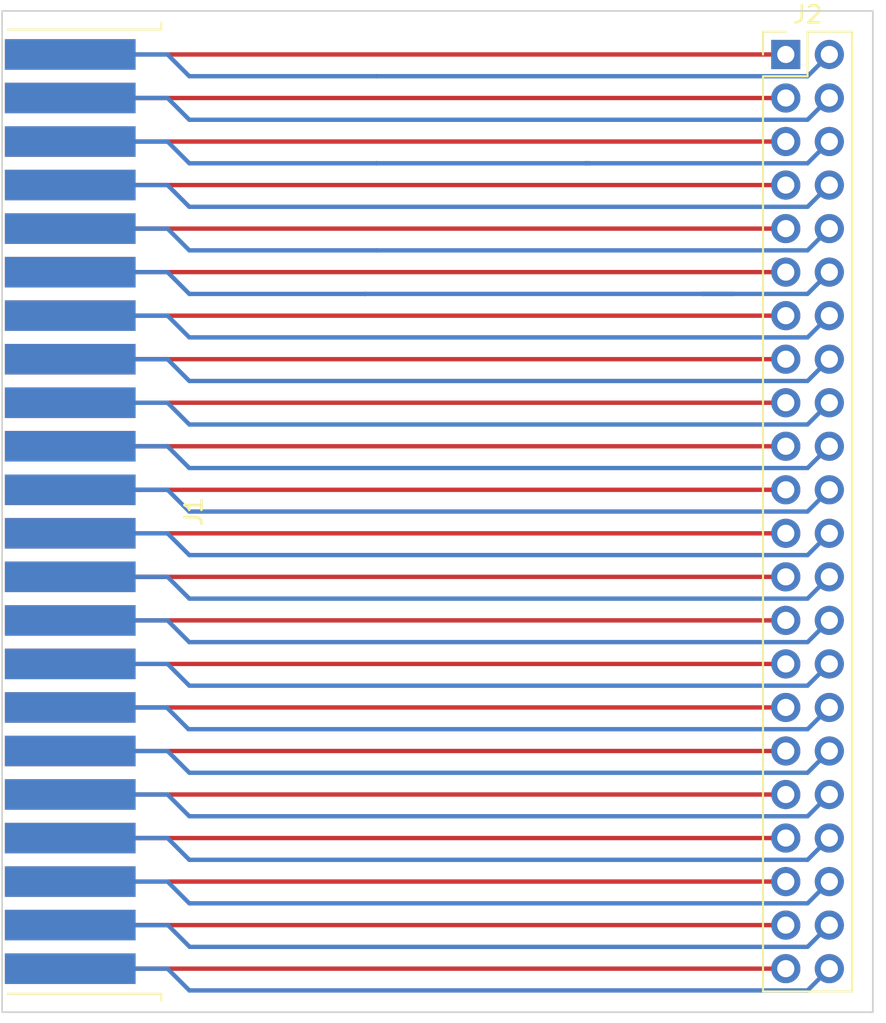
<source format=kicad_pcb>
(kicad_pcb (version 20171130) (host pcbnew "(5.1.5)-3")

  (general
    (thickness 1.6)
    (drawings 4)
    (tracks 130)
    (zones 0)
    (modules 2)
    (nets 45)
  )

  (page A4)
  (layers
    (0 F.Cu signal)
    (31 B.Cu signal)
    (32 B.Adhes user)
    (33 F.Adhes user)
    (34 B.Paste user)
    (35 F.Paste user)
    (36 B.SilkS user)
    (37 F.SilkS user)
    (38 B.Mask user)
    (39 F.Mask user)
    (40 Dwgs.User user)
    (41 Cmts.User user)
    (42 Eco1.User user)
    (43 Eco2.User user)
    (44 Edge.Cuts user)
    (45 Margin user)
    (46 B.CrtYd user)
    (47 F.CrtYd user)
    (48 B.Fab user)
    (49 F.Fab user)
  )

  (setup
    (last_trace_width 0.254)
    (user_trace_width 0.254)
    (trace_clearance 0.2921)
    (zone_clearance 0.508)
    (zone_45_only no)
    (trace_min 0.2)
    (via_size 0.762)
    (via_drill 0.4)
    (via_min_size 0.4)
    (via_min_drill 0.3)
    (uvia_size 0.3)
    (uvia_drill 0.1)
    (uvias_allowed no)
    (uvia_min_size 0.2)
    (uvia_min_drill 0.1)
    (edge_width 0.05)
    (segment_width 0.2)
    (pcb_text_width 0.3)
    (pcb_text_size 1.5 1.5)
    (mod_edge_width 0.12)
    (mod_text_size 1 1)
    (mod_text_width 0.15)
    (pad_size 1.524 1.524)
    (pad_drill 0.762)
    (pad_to_mask_clearance 0.051)
    (solder_mask_min_width 0.25)
    (aux_axis_origin 0 0)
    (visible_elements FFFFFF7F)
    (pcbplotparams
      (layerselection 0x010fc_ffffffff)
      (usegerberextensions false)
      (usegerberattributes false)
      (usegerberadvancedattributes false)
      (creategerberjobfile false)
      (excludeedgelayer true)
      (linewidth 0.100000)
      (plotframeref false)
      (viasonmask false)
      (mode 1)
      (useauxorigin false)
      (hpglpennumber 1)
      (hpglpenspeed 20)
      (hpglpendiameter 15.000000)
      (psnegative false)
      (psa4output false)
      (plotreference true)
      (plotvalue true)
      (plotinvisibletext false)
      (padsonsilk false)
      (subtractmaskfromsilk false)
      (outputformat 1)
      (mirror false)
      (drillshape 1)
      (scaleselection 1)
      (outputdirectory ""))
  )

  (net 0 "")
  (net 1 /22)
  (net 2 /21)
  (net 3 /20)
  (net 4 /19)
  (net 5 /18)
  (net 6 /17)
  (net 7 /16)
  (net 8 /15)
  (net 9 /14)
  (net 10 /13)
  (net 11 /12)
  (net 12 /11)
  (net 13 /10)
  (net 14 /9)
  (net 15 /8)
  (net 16 /7)
  (net 17 /6)
  (net 18 /5)
  (net 19 /4)
  (net 20 /3)
  (net 21 /2)
  (net 22 /1)
  (net 23 /Z)
  (net 24 /Y)
  (net 25 /X)
  (net 26 /W)
  (net 27 /V)
  (net 28 /U)
  (net 29 /T)
  (net 30 /S)
  (net 31 /R)
  (net 32 /P)
  (net 33 /N)
  (net 34 /M)
  (net 35 /L)
  (net 36 /K)
  (net 37 /J)
  (net 38 /H)
  (net 39 /F)
  (net 40 /E)
  (net 41 /D)
  (net 42 /C)
  (net 43 /B)
  (net 44 /A)

  (net_class Default "This is the default net class."
    (clearance 0.2921)
    (trace_width 0.254)
    (via_dia 0.762)
    (via_drill 0.4)
    (uvia_dia 0.3)
    (uvia_drill 0.1)
    (add_net /1)
    (add_net /10)
    (add_net /11)
    (add_net /12)
    (add_net /13)
    (add_net /14)
    (add_net /15)
    (add_net /16)
    (add_net /17)
    (add_net /18)
    (add_net /19)
    (add_net /2)
    (add_net /20)
    (add_net /21)
    (add_net /22)
    (add_net /3)
    (add_net /4)
    (add_net /5)
    (add_net /6)
    (add_net /7)
    (add_net /8)
    (add_net /9)
    (add_net /A)
    (add_net /B)
    (add_net /C)
    (add_net /D)
    (add_net /E)
    (add_net /F)
    (add_net /H)
    (add_net /J)
    (add_net /K)
    (add_net /L)
    (add_net /M)
    (add_net /N)
    (add_net /P)
    (add_net /R)
    (add_net /S)
    (add_net /T)
    (add_net /U)
    (add_net /V)
    (add_net /W)
    (add_net /X)
    (add_net /Y)
    (add_net /Z)
  )

  (module Commodore:Expansion_Cartridge (layer F.Cu) (tedit 5EDC3B2B) (tstamp 5EDCD8B3)
    (at 25.527 23.749 90)
    (descr "Commodore 64 Expansion Cartridge")
    (tags "Commodore Expansion Edge")
    (path /5EDC30A4)
    (attr virtual)
    (fp_text reference J1 (at -28.321 11.049 270) (layer F.SilkS)
      (effects (font (size 1 1) (thickness 0.15)))
    )
    (fp_text value "C64 Card Edge" (at -48.641 11.054 270) (layer F.Fab)
      (effects (font (size 1 1) (thickness 0.15)))
    )
    (fp_line (start -56.642 0) (end -0.008 0) (layer F.CrtYd) (width 0.05))
    (fp_line (start -0.004 0.004) (end -0.004 9.394) (layer F.CrtYd) (width 0.05))
    (fp_line (start -56.638 9.394) (end -56.638 0.004) (layer F.CrtYd) (width 0.05))
    (fp_line (start -56.638 9.394) (end -0.004 9.394) (layer F.CrtYd) (width 0.05))
    (fp_line (start -0.254 9.144) (end -0.254 0.254) (layer F.Fab) (width 0.1))
    (fp_line (start -56.388 9.144) (end -0.254 9.144) (layer F.Fab) (width 0.1))
    (fp_line (start -56.388 0.254) (end -56.388 9.144) (layer F.Fab) (width 0.1))
    (fp_line (start -56.458 9.164) (end -56.858 9.164) (layer F.SilkS) (width 0.12))
    (fp_line (start -56.458 0.214) (end -56.458 9.164) (layer F.SilkS) (width 0.12))
    (fp_line (start -0.194 9.164) (end 0.206 9.164) (layer F.SilkS) (width 0.12))
    (fp_line (start -0.194 0.214) (end -0.194 9.164) (layer F.SilkS) (width 0.12))
    (pad Z connect rect (at -54.991 3.846 270) (size 1.78 7.62) (layers B.Cu B.Mask)
      (net 23 /Z))
    (pad Y connect rect (at -52.451 3.846 270) (size 1.78 7.62) (layers B.Cu B.Mask)
      (net 24 /Y))
    (pad X connect rect (at -49.911 3.846 270) (size 1.78 7.62) (layers B.Cu B.Mask)
      (net 25 /X))
    (pad W connect rect (at -47.371 3.846 270) (size 1.78 7.62) (layers B.Cu B.Mask)
      (net 26 /W))
    (pad V connect rect (at -44.831 3.846 270) (size 1.78 7.62) (layers B.Cu B.Mask)
      (net 27 /V))
    (pad U connect rect (at -42.291 3.846 270) (size 1.78 7.62) (layers B.Cu B.Mask)
      (net 28 /U))
    (pad T connect rect (at -39.751 3.846 270) (size 1.78 7.62) (layers B.Cu B.Mask)
      (net 29 /T))
    (pad S connect rect (at -37.211 3.846 270) (size 1.78 7.62) (layers B.Cu B.Mask)
      (net 30 /S))
    (pad R connect rect (at -34.671 3.846 270) (size 1.78 7.62) (layers B.Cu B.Mask)
      (net 31 /R))
    (pad P connect rect (at -32.131 3.846 270) (size 1.78 7.62) (layers B.Cu B.Mask)
      (net 32 /P))
    (pad N connect rect (at -29.591 3.846 270) (size 1.78 7.62) (layers B.Cu B.Mask)
      (net 33 /N))
    (pad M connect rect (at -27.051 3.846 270) (size 1.78 7.62) (layers B.Cu B.Mask)
      (net 34 /M))
    (pad L connect rect (at -24.511 3.846 270) (size 1.78 7.62) (layers B.Cu B.Mask)
      (net 35 /L))
    (pad K connect rect (at -21.971 3.846 270) (size 1.78 7.62) (layers B.Cu B.Mask)
      (net 36 /K))
    (pad J connect rect (at -19.431 3.846 270) (size 1.78 7.62) (layers B.Cu B.Mask)
      (net 37 /J))
    (pad H connect rect (at -16.891 3.846 270) (size 1.78 7.62) (layers B.Cu B.Mask)
      (net 38 /H))
    (pad F connect rect (at -14.351 3.846 270) (size 1.78 7.62) (layers B.Cu B.Mask)
      (net 39 /F))
    (pad E connect rect (at -11.811 3.846 270) (size 1.78 7.62) (layers B.Cu B.Mask)
      (net 40 /E))
    (pad D connect rect (at -9.271 3.846 270) (size 1.78 7.62) (layers B.Cu B.Mask)
      (net 41 /D))
    (pad C connect rect (at -6.731 3.846 270) (size 1.78 7.62) (layers B.Cu B.Mask)
      (net 42 /C))
    (pad B connect rect (at -4.191 3.846 270) (size 1.78 7.62) (layers B.Cu B.Mask)
      (net 43 /B))
    (pad A connect rect (at -1.651 3.846 270) (size 1.78 7.62) (layers B.Cu B.Mask)
      (net 44 /A))
    (pad 22 connect rect (at -54.991 3.846 270) (size 1.78 7.62) (layers F.Cu F.Mask)
      (net 1 /22))
    (pad 21 connect rect (at -52.451 3.846 270) (size 1.78 7.62) (layers F.Cu F.Mask)
      (net 2 /21))
    (pad 20 connect rect (at -49.911 3.846 270) (size 1.78 7.62) (layers F.Cu F.Mask)
      (net 3 /20))
    (pad 19 connect rect (at -47.371 3.846 270) (size 1.78 7.62) (layers F.Cu F.Mask)
      (net 4 /19))
    (pad 18 connect rect (at -44.831 3.846 270) (size 1.78 7.62) (layers F.Cu F.Mask)
      (net 5 /18))
    (pad 17 connect rect (at -42.291 3.846 270) (size 1.78 7.62) (layers F.Cu F.Mask)
      (net 6 /17))
    (pad 16 connect rect (at -39.751 3.846 270) (size 1.78 7.62) (layers F.Cu F.Mask)
      (net 7 /16))
    (pad 15 connect rect (at -37.211 3.846 270) (size 1.78 7.62) (layers F.Cu F.Mask)
      (net 8 /15))
    (pad 14 connect rect (at -34.671 3.846 270) (size 1.78 7.62) (layers F.Cu F.Mask)
      (net 9 /14))
    (pad 13 connect rect (at -32.131 3.846 270) (size 1.78 7.62) (layers F.Cu F.Mask)
      (net 10 /13))
    (pad 12 connect rect (at -29.591 3.846 270) (size 1.78 7.62) (layers F.Cu F.Mask)
      (net 11 /12))
    (pad 11 connect rect (at -27.051 3.846 270) (size 1.78 7.62) (layers F.Cu F.Mask)
      (net 12 /11))
    (pad 10 connect rect (at -24.511 3.846 270) (size 1.78 7.62) (layers F.Cu F.Mask)
      (net 13 /10))
    (pad 9 connect rect (at -21.971 3.846 270) (size 1.78 7.62) (layers F.Cu F.Mask)
      (net 14 /9))
    (pad 8 connect rect (at -19.431 3.846 270) (size 1.78 7.62) (layers F.Cu F.Mask)
      (net 15 /8))
    (pad 7 connect rect (at -16.891 3.846 270) (size 1.78 7.62) (layers F.Cu F.Mask)
      (net 16 /7))
    (pad 6 connect rect (at -14.351 3.846 270) (size 1.78 7.62) (layers F.Cu F.Mask)
      (net 17 /6))
    (pad 5 connect rect (at -11.811 3.846 270) (size 1.78 7.62) (layers F.Cu F.Mask)
      (net 18 /5))
    (pad 4 connect rect (at -9.271 3.846 270) (size 1.78 7.62) (layers F.Cu F.Mask)
      (net 19 /4))
    (pad 3 connect rect (at -6.731 3.846 270) (size 1.78 7.62) (layers F.Cu F.Mask)
      (net 20 /3))
    (pad 2 connect rect (at -4.191 3.846 270) (size 1.78 7.62) (layers F.Cu F.Mask)
      (net 21 /2))
    (pad 1 connect rect (at -1.651 3.846 270) (size 1.78 7.62) (layers F.Cu F.Mask)
      (net 22 /1))
  )

  (module Connector_PinHeader_2.54mm:PinHeader_2x22_P2.54mm_Vertical (layer F.Cu) (tedit 59FED5CC) (tstamp 5EDCCDFD)
    (at 71.12 25.4)
    (descr "Through hole straight pin header, 2x22, 2.54mm pitch, double rows")
    (tags "Through hole pin header THT 2x22 2.54mm double row")
    (path /5EDDD0E5)
    (fp_text reference J2 (at 1.27 -2.33) (layer F.SilkS)
      (effects (font (size 1 1) (thickness 0.15)))
    )
    (fp_text value "0.1\" header" (at 1.27 55.67) (layer F.Fab)
      (effects (font (size 1 1) (thickness 0.15)))
    )
    (fp_text user %R (at 1.27 26.67 90) (layer F.Fab)
      (effects (font (size 1 1) (thickness 0.15)))
    )
    (fp_line (start 4.35 -1.8) (end -1.8 -1.8) (layer F.CrtYd) (width 0.05))
    (fp_line (start 4.35 55.15) (end 4.35 -1.8) (layer F.CrtYd) (width 0.05))
    (fp_line (start -1.8 55.15) (end 4.35 55.15) (layer F.CrtYd) (width 0.05))
    (fp_line (start -1.8 -1.8) (end -1.8 55.15) (layer F.CrtYd) (width 0.05))
    (fp_line (start -1.33 -1.33) (end 0 -1.33) (layer F.SilkS) (width 0.12))
    (fp_line (start -1.33 0) (end -1.33 -1.33) (layer F.SilkS) (width 0.12))
    (fp_line (start 1.27 -1.33) (end 3.87 -1.33) (layer F.SilkS) (width 0.12))
    (fp_line (start 1.27 1.27) (end 1.27 -1.33) (layer F.SilkS) (width 0.12))
    (fp_line (start -1.33 1.27) (end 1.27 1.27) (layer F.SilkS) (width 0.12))
    (fp_line (start 3.87 -1.33) (end 3.87 54.67) (layer F.SilkS) (width 0.12))
    (fp_line (start -1.33 1.27) (end -1.33 54.67) (layer F.SilkS) (width 0.12))
    (fp_line (start -1.33 54.67) (end 3.87 54.67) (layer F.SilkS) (width 0.12))
    (fp_line (start -1.27 0) (end 0 -1.27) (layer F.Fab) (width 0.1))
    (fp_line (start -1.27 54.61) (end -1.27 0) (layer F.Fab) (width 0.1))
    (fp_line (start 3.81 54.61) (end -1.27 54.61) (layer F.Fab) (width 0.1))
    (fp_line (start 3.81 -1.27) (end 3.81 54.61) (layer F.Fab) (width 0.1))
    (fp_line (start 0 -1.27) (end 3.81 -1.27) (layer F.Fab) (width 0.1))
    (pad 44 thru_hole oval (at 2.54 53.34) (size 1.7 1.7) (drill 1) (layers *.Cu *.Mask)
      (net 23 /Z))
    (pad 43 thru_hole oval (at 0 53.34) (size 1.7 1.7) (drill 1) (layers *.Cu *.Mask)
      (net 1 /22))
    (pad 42 thru_hole oval (at 2.54 50.8) (size 1.7 1.7) (drill 1) (layers *.Cu *.Mask)
      (net 24 /Y))
    (pad 41 thru_hole oval (at 0 50.8) (size 1.7 1.7) (drill 1) (layers *.Cu *.Mask)
      (net 2 /21))
    (pad 40 thru_hole oval (at 2.54 48.26) (size 1.7 1.7) (drill 1) (layers *.Cu *.Mask)
      (net 25 /X))
    (pad 39 thru_hole oval (at 0 48.26) (size 1.7 1.7) (drill 1) (layers *.Cu *.Mask)
      (net 3 /20))
    (pad 38 thru_hole oval (at 2.54 45.72) (size 1.7 1.7) (drill 1) (layers *.Cu *.Mask)
      (net 26 /W))
    (pad 37 thru_hole oval (at 0 45.72) (size 1.7 1.7) (drill 1) (layers *.Cu *.Mask)
      (net 4 /19))
    (pad 36 thru_hole oval (at 2.54 43.18) (size 1.7 1.7) (drill 1) (layers *.Cu *.Mask)
      (net 27 /V))
    (pad 35 thru_hole oval (at 0 43.18) (size 1.7 1.7) (drill 1) (layers *.Cu *.Mask)
      (net 5 /18))
    (pad 34 thru_hole oval (at 2.54 40.64) (size 1.7 1.7) (drill 1) (layers *.Cu *.Mask)
      (net 28 /U))
    (pad 33 thru_hole oval (at 0 40.64) (size 1.7 1.7) (drill 1) (layers *.Cu *.Mask)
      (net 6 /17))
    (pad 32 thru_hole oval (at 2.54 38.1) (size 1.7 1.7) (drill 1) (layers *.Cu *.Mask)
      (net 29 /T))
    (pad 31 thru_hole oval (at 0 38.1) (size 1.7 1.7) (drill 1) (layers *.Cu *.Mask)
      (net 7 /16))
    (pad 30 thru_hole oval (at 2.54 35.56) (size 1.7 1.7) (drill 1) (layers *.Cu *.Mask)
      (net 30 /S))
    (pad 29 thru_hole oval (at 0 35.56) (size 1.7 1.7) (drill 1) (layers *.Cu *.Mask)
      (net 8 /15))
    (pad 28 thru_hole oval (at 2.54 33.02) (size 1.7 1.7) (drill 1) (layers *.Cu *.Mask)
      (net 31 /R))
    (pad 27 thru_hole oval (at 0 33.02) (size 1.7 1.7) (drill 1) (layers *.Cu *.Mask)
      (net 9 /14))
    (pad 26 thru_hole oval (at 2.54 30.48) (size 1.7 1.7) (drill 1) (layers *.Cu *.Mask)
      (net 32 /P))
    (pad 25 thru_hole oval (at 0 30.48) (size 1.7 1.7) (drill 1) (layers *.Cu *.Mask)
      (net 10 /13))
    (pad 24 thru_hole oval (at 2.54 27.94) (size 1.7 1.7) (drill 1) (layers *.Cu *.Mask)
      (net 33 /N))
    (pad 23 thru_hole oval (at 0 27.94) (size 1.7 1.7) (drill 1) (layers *.Cu *.Mask)
      (net 11 /12))
    (pad 22 thru_hole oval (at 2.54 25.4) (size 1.7 1.7) (drill 1) (layers *.Cu *.Mask)
      (net 34 /M))
    (pad 21 thru_hole oval (at 0 25.4) (size 1.7 1.7) (drill 1) (layers *.Cu *.Mask)
      (net 12 /11))
    (pad 20 thru_hole oval (at 2.54 22.86) (size 1.7 1.7) (drill 1) (layers *.Cu *.Mask)
      (net 35 /L))
    (pad 19 thru_hole oval (at 0 22.86) (size 1.7 1.7) (drill 1) (layers *.Cu *.Mask)
      (net 13 /10))
    (pad 18 thru_hole oval (at 2.54 20.32) (size 1.7 1.7) (drill 1) (layers *.Cu *.Mask)
      (net 36 /K))
    (pad 17 thru_hole oval (at 0 20.32) (size 1.7 1.7) (drill 1) (layers *.Cu *.Mask)
      (net 14 /9))
    (pad 16 thru_hole oval (at 2.54 17.78) (size 1.7 1.7) (drill 1) (layers *.Cu *.Mask)
      (net 37 /J))
    (pad 15 thru_hole oval (at 0 17.78) (size 1.7 1.7) (drill 1) (layers *.Cu *.Mask)
      (net 15 /8))
    (pad 14 thru_hole oval (at 2.54 15.24) (size 1.7 1.7) (drill 1) (layers *.Cu *.Mask)
      (net 38 /H))
    (pad 13 thru_hole oval (at 0 15.24) (size 1.7 1.7) (drill 1) (layers *.Cu *.Mask)
      (net 16 /7))
    (pad 12 thru_hole oval (at 2.54 12.7) (size 1.7 1.7) (drill 1) (layers *.Cu *.Mask)
      (net 39 /F))
    (pad 11 thru_hole oval (at 0 12.7) (size 1.7 1.7) (drill 1) (layers *.Cu *.Mask)
      (net 17 /6))
    (pad 10 thru_hole oval (at 2.54 10.16) (size 1.7 1.7) (drill 1) (layers *.Cu *.Mask)
      (net 40 /E))
    (pad 9 thru_hole oval (at 0 10.16) (size 1.7 1.7) (drill 1) (layers *.Cu *.Mask)
      (net 18 /5))
    (pad 8 thru_hole oval (at 2.54 7.62) (size 1.7 1.7) (drill 1) (layers *.Cu *.Mask)
      (net 41 /D))
    (pad 7 thru_hole oval (at 0 7.62) (size 1.7 1.7) (drill 1) (layers *.Cu *.Mask)
      (net 19 /4))
    (pad 6 thru_hole oval (at 2.54 5.08) (size 1.7 1.7) (drill 1) (layers *.Cu *.Mask)
      (net 42 /C))
    (pad 5 thru_hole oval (at 0 5.08) (size 1.7 1.7) (drill 1) (layers *.Cu *.Mask)
      (net 20 /3))
    (pad 4 thru_hole oval (at 2.54 2.54) (size 1.7 1.7) (drill 1) (layers *.Cu *.Mask)
      (net 43 /B))
    (pad 3 thru_hole oval (at 0 2.54) (size 1.7 1.7) (drill 1) (layers *.Cu *.Mask)
      (net 21 /2))
    (pad 2 thru_hole oval (at 2.54 0) (size 1.7 1.7) (drill 1) (layers *.Cu *.Mask)
      (net 44 /A))
    (pad 1 thru_hole rect (at 0 0) (size 1.7 1.7) (drill 1) (layers *.Cu *.Mask)
      (net 22 /1))
    (model ${KISYS3DMOD}/Connector_PinHeader_2.54mm.3dshapes/PinHeader_2x22_P2.54mm_Vertical.wrl
      (at (xyz 0 0 0))
      (scale (xyz 1 1 1))
      (rotate (xyz 0 0 0))
    )
  )

  (gr_line (start 76.2 22.86) (end 76.2 81.28) (layer Edge.Cuts) (width 0.1))
  (gr_line (start 25.4 22.86) (end 76.2 22.86) (layer Edge.Cuts) (width 0.1))
  (gr_line (start 25.4 81.28) (end 25.4 22.86) (layer Edge.Cuts) (width 0.1))
  (gr_line (start 76.2 81.28) (end 25.4 81.28) (layer Edge.Cuts) (width 0.1))

  (segment (start 71.12 78.74) (end 29.373 78.74) (width 0.254) (layer F.Cu) (net 1))
  (segment (start 71.12 76.2) (end 29.373 76.2) (width 0.254) (layer F.Cu) (net 2))
  (segment (start 33.437 73.66) (end 71.12 73.66) (width 0.254) (layer F.Cu) (net 3))
  (segment (start 29.373 73.66) (end 33.437 73.66) (width 0.254) (layer F.Cu) (net 3))
  (segment (start 33.437 71.12) (end 71.12 71.12) (width 0.254) (layer F.Cu) (net 4))
  (segment (start 29.373 71.12) (end 33.437 71.12) (width 0.254) (layer F.Cu) (net 4))
  (segment (start 71.12 68.58) (end 29.373 68.58) (width 0.254) (layer F.Cu) (net 5))
  (segment (start 29.373 66.04) (end 71.12 66.04) (width 0.254) (layer F.Cu) (net 6))
  (segment (start 71.12 63.5) (end 29.373 63.5) (width 0.254) (layer F.Cu) (net 7))
  (segment (start 33.437 60.96) (end 71.12 60.96) (width 0.254) (layer F.Cu) (net 8))
  (segment (start 29.373 60.96) (end 33.437 60.96) (width 0.254) (layer F.Cu) (net 8))
  (segment (start 71.12 58.42) (end 29.373 58.42) (width 0.254) (layer F.Cu) (net 9))
  (segment (start 29.373 55.88) (end 71.12 55.88) (width 0.254) (layer F.Cu) (net 10))
  (segment (start 71.12 53.34) (end 29.373 53.34) (width 0.254) (layer F.Cu) (net 11))
  (segment (start 29.373 50.8) (end 71.12 50.8) (width 0.254) (layer F.Cu) (net 12))
  (segment (start 71.12 48.26) (end 29.373 48.26) (width 0.254) (layer F.Cu) (net 13))
  (segment (start 29.373 45.72) (end 71.12 45.72) (width 0.254) (layer F.Cu) (net 14))
  (segment (start 29.373 43.18) (end 71.12 43.18) (width 0.254) (layer F.Cu) (net 15))
  (segment (start 71.12 40.64) (end 29.373 40.64) (width 0.254) (layer F.Cu) (net 16))
  (segment (start 69.917919 38.1) (end 29.373 38.1) (width 0.254) (layer F.Cu) (net 17))
  (segment (start 71.12 38.1) (end 69.917919 38.1) (width 0.254) (layer F.Cu) (net 17))
  (segment (start 29.373 35.56) (end 71.12 35.56) (width 0.254) (layer F.Cu) (net 18))
  (segment (start 71.12 33.02) (end 29.373 33.02) (width 0.254) (layer F.Cu) (net 19))
  (segment (start 29.373 30.48) (end 71.12 30.48) (width 0.254) (layer F.Cu) (net 20))
  (segment (start 71.12 27.94) (end 29.373 27.94) (width 0.254) (layer F.Cu) (net 21))
  (segment (start 29.373 25.4) (end 71.12 25.4) (width 0.254) (layer F.Cu) (net 22))
  (segment (start 36.321101 80.009101) (end 35.052 78.74) (width 0.254) (layer B.Cu) (net 23))
  (segment (start 73.66 78.74) (end 72.390899 80.009101) (width 0.254) (layer B.Cu) (net 23))
  (segment (start 35.052 78.74) (end 29.373 78.74) (width 0.254) (layer B.Cu) (net 23))
  (segment (start 72.390899 80.009101) (end 36.321101 80.009101) (width 0.254) (layer B.Cu) (net 23))
  (segment (start 35.072375 76.2) (end 29.373 76.2) (width 0.254) (layer B.Cu) (net 24))
  (segment (start 36.341476 77.469101) (end 35.072375 76.2) (width 0.254) (layer B.Cu) (net 24))
  (segment (start 73.66 76.2) (end 72.390899 77.469101) (width 0.254) (layer B.Cu) (net 24))
  (segment (start 72.390899 77.469101) (end 36.341476 77.469101) (width 0.254) (layer B.Cu) (net 24))
  (segment (start 36.321101 74.929101) (end 35.052 73.66) (width 0.254) (layer B.Cu) (net 25))
  (segment (start 35.052 73.66) (end 29.373 73.66) (width 0.254) (layer B.Cu) (net 25))
  (segment (start 73.66 73.66) (end 72.390899 74.929101) (width 0.254) (layer B.Cu) (net 25))
  (segment (start 72.390899 74.929101) (end 36.321101 74.929101) (width 0.254) (layer B.Cu) (net 25))
  (segment (start 36.321101 72.389101) (end 35.052 71.12) (width 0.254) (layer B.Cu) (net 26))
  (segment (start 35.052 71.12) (end 33.437 71.12) (width 0.254) (layer B.Cu) (net 26))
  (segment (start 73.66 71.12) (end 72.390899 72.389101) (width 0.254) (layer B.Cu) (net 26))
  (segment (start 33.437 71.12) (end 29.373 71.12) (width 0.254) (layer B.Cu) (net 26))
  (segment (start 72.390899 72.389101) (end 36.321101 72.389101) (width 0.254) (layer B.Cu) (net 26))
  (segment (start 35.052 68.58) (end 29.373 68.58) (width 0.254) (layer B.Cu) (net 27))
  (segment (start 36.321101 69.849101) (end 35.052 68.58) (width 0.254) (layer B.Cu) (net 27))
  (segment (start 73.66 68.58) (end 72.390899 69.849101) (width 0.254) (layer B.Cu) (net 27))
  (segment (start 72.390899 69.849101) (end 36.321101 69.849101) (width 0.254) (layer B.Cu) (net 27))
  (segment (start 35.052 66.04) (end 29.373 66.04) (width 0.254) (layer B.Cu) (net 28))
  (segment (start 36.322899 67.310899) (end 35.052 66.04) (width 0.254) (layer B.Cu) (net 28))
  (segment (start 73.66 66.04) (end 72.389101 67.310899) (width 0.254) (layer B.Cu) (net 28))
  (segment (start 72.389101 67.310899) (end 36.322899 67.310899) (width 0.254) (layer B.Cu) (net 28))
  (segment (start 35.0065 63.5) (end 29.373 63.5) (width 0.254) (layer B.Cu) (net 29))
  (segment (start 73.66 63.5) (end 72.390899 64.769101) (width 0.254) (layer B.Cu) (net 29))
  (segment (start 36.275601 64.769101) (end 35.0065 63.5) (width 0.254) (layer B.Cu) (net 29))
  (segment (start 72.390899 64.769101) (end 36.275601 64.769101) (width 0.254) (layer B.Cu) (net 29))
  (segment (start 36.321101 62.229101) (end 35.052 60.96) (width 0.254) (layer B.Cu) (net 30))
  (segment (start 35.052 60.96) (end 29.373 60.96) (width 0.254) (layer B.Cu) (net 30))
  (segment (start 73.66 60.96) (end 72.390899 62.229101) (width 0.254) (layer B.Cu) (net 30))
  (segment (start 72.390899 62.229101) (end 36.321101 62.229101) (width 0.254) (layer B.Cu) (net 30))
  (segment (start 35.052 58.42) (end 29.373 58.42) (width 0.254) (layer B.Cu) (net 31))
  (segment (start 36.321101 59.689101) (end 35.052 58.42) (width 0.254) (layer B.Cu) (net 31))
  (segment (start 73.66 58.42) (end 72.390899 59.689101) (width 0.254) (layer B.Cu) (net 31))
  (segment (start 72.390899 59.689101) (end 36.321101 59.689101) (width 0.254) (layer B.Cu) (net 31))
  (segment (start 35.052 55.88) (end 29.373 55.88) (width 0.254) (layer B.Cu) (net 32))
  (segment (start 36.321101 57.149101) (end 35.052 55.88) (width 0.254) (layer B.Cu) (net 32))
  (segment (start 73.66 55.88) (end 72.390899 57.149101) (width 0.254) (layer B.Cu) (net 32))
  (segment (start 72.390899 57.149101) (end 36.321101 57.149101) (width 0.254) (layer B.Cu) (net 32))
  (segment (start 35.052 53.34) (end 29.373 53.34) (width 0.254) (layer B.Cu) (net 33))
  (segment (start 36.322899 54.610899) (end 35.052 53.34) (width 0.254) (layer B.Cu) (net 33))
  (segment (start 73.66 53.34) (end 72.389101 54.610899) (width 0.254) (layer B.Cu) (net 33))
  (segment (start 72.389101 54.610899) (end 36.322899 54.610899) (width 0.254) (layer B.Cu) (net 33))
  (segment (start 33.437 50.8) (end 29.373 50.8) (width 0.254) (layer B.Cu) (net 34))
  (segment (start 36.321101 52.069101) (end 35.052 50.8) (width 0.254) (layer B.Cu) (net 34))
  (segment (start 73.66 50.8) (end 72.390899 52.069101) (width 0.254) (layer B.Cu) (net 34))
  (segment (start 35.052 50.8) (end 33.437 50.8) (width 0.254) (layer B.Cu) (net 34))
  (segment (start 72.390899 52.069101) (end 36.321101 52.069101) (width 0.254) (layer B.Cu) (net 34))
  (segment (start 36.322899 49.530899) (end 35.052 48.26) (width 0.254) (layer B.Cu) (net 35))
  (segment (start 35.052 48.26) (end 33.437 48.26) (width 0.254) (layer B.Cu) (net 35))
  (segment (start 73.66 48.26) (end 72.389101 49.530899) (width 0.254) (layer B.Cu) (net 35))
  (segment (start 33.437 48.26) (end 29.373 48.26) (width 0.254) (layer B.Cu) (net 35))
  (segment (start 72.389101 49.530899) (end 36.322899 49.530899) (width 0.254) (layer B.Cu) (net 35))
  (segment (start 36.322899 46.990899) (end 35.052 45.72) (width 0.254) (layer B.Cu) (net 36))
  (segment (start 35.052 45.72) (end 29.373 45.72) (width 0.254) (layer B.Cu) (net 36))
  (segment (start 73.66 45.72) (end 72.389101 46.990899) (width 0.254) (layer B.Cu) (net 36))
  (segment (start 72.389101 46.990899) (end 36.322899 46.990899) (width 0.254) (layer B.Cu) (net 36))
  (segment (start 36.322899 44.450899) (end 35.052 43.18) (width 0.254) (layer B.Cu) (net 37))
  (segment (start 35.052 43.18) (end 29.373 43.18) (width 0.254) (layer B.Cu) (net 37))
  (segment (start 73.66 43.18) (end 72.389101 44.450899) (width 0.254) (layer B.Cu) (net 37))
  (segment (start 72.389101 44.450899) (end 36.322899 44.450899) (width 0.254) (layer B.Cu) (net 37))
  (segment (start 35.052 40.64) (end 29.373 40.64) (width 0.254) (layer B.Cu) (net 38))
  (segment (start 36.321101 41.909101) (end 35.052 40.64) (width 0.254) (layer B.Cu) (net 38))
  (segment (start 73.66 40.64) (end 72.390899 41.909101) (width 0.254) (layer B.Cu) (net 38))
  (segment (start 72.390899 41.909101) (end 36.321101 41.909101) (width 0.254) (layer B.Cu) (net 38))
  (segment (start 73.66 38.1) (end 72.390899 39.369101) (width 0.254) (layer B.Cu) (net 39))
  (segment (start 66.294899 39.369101) (end 66.294 39.37) (width 0.254) (layer B.Cu) (net 39))
  (segment (start 68.072 39.37) (end 66.294 39.37) (width 0.254) (layer B.Cu) (net 39))
  (segment (start 72.390899 39.369101) (end 66.294899 39.369101) (width 0.254) (layer B.Cu) (net 39))
  (segment (start 35.052 38.1) (end 29.373 38.1) (width 0.254) (layer B.Cu) (net 39))
  (segment (start 36.322899 39.370899) (end 35.052 38.1) (width 0.254) (layer B.Cu) (net 39))
  (segment (start 46.581371 39.370899) (end 36.322899 39.370899) (width 0.254) (layer B.Cu) (net 39))
  (segment (start 66.294 39.37) (end 46.58227 39.37) (width 0.254) (layer B.Cu) (net 39))
  (segment (start 46.58227 39.37) (end 46.581371 39.370899) (width 0.254) (layer B.Cu) (net 39))
  (segment (start 35.052 35.56) (end 36.321101 36.829101) (width 0.254) (layer B.Cu) (net 40))
  (segment (start 47.245798 36.83) (end 72.39 36.83) (width 0.254) (layer B.Cu) (net 40))
  (segment (start 29.373 35.56) (end 35.052 35.56) (width 0.254) (layer B.Cu) (net 40))
  (segment (start 36.321101 36.829101) (end 47.244899 36.829101) (width 0.254) (layer B.Cu) (net 40))
  (segment (start 72.39 36.83) (end 73.66 35.56) (width 0.254) (layer B.Cu) (net 40))
  (segment (start 47.244899 36.829101) (end 47.245798 36.83) (width 0.254) (layer B.Cu) (net 40))
  (segment (start 35.052 33.02) (end 29.373 33.02) (width 0.254) (layer B.Cu) (net 41))
  (segment (start 36.321101 34.289101) (end 35.052 33.02) (width 0.254) (layer B.Cu) (net 41))
  (segment (start 73.66 33.02) (end 72.390899 34.289101) (width 0.254) (layer B.Cu) (net 41))
  (segment (start 72.390899 34.289101) (end 36.321101 34.289101) (width 0.254) (layer B.Cu) (net 41))
  (segment (start 72.39 31.75) (end 73.66 30.48) (width 0.254) (layer B.Cu) (net 42))
  (segment (start 59.436 31.75) (end 59.69 31.75) (width 0.254) (layer B.Cu) (net 42))
  (segment (start 59.436 31.75) (end 72.39 31.75) (width 0.254) (layer B.Cu) (net 42))
  (segment (start 47.245798 31.75) (end 59.436 31.75) (width 0.254) (layer B.Cu) (net 42))
  (segment (start 29.373 30.48) (end 35.052 30.48) (width 0.254) (layer B.Cu) (net 42))
  (segment (start 47.244899 31.749101) (end 47.245798 31.75) (width 0.254) (layer B.Cu) (net 42))
  (segment (start 36.321101 31.749101) (end 47.244899 31.749101) (width 0.254) (layer B.Cu) (net 42))
  (segment (start 35.052 30.48) (end 36.321101 31.749101) (width 0.254) (layer B.Cu) (net 42))
  (segment (start 36.321101 29.209101) (end 35.052 27.94) (width 0.254) (layer B.Cu) (net 43))
  (segment (start 73.66 27.94) (end 72.390899 29.209101) (width 0.254) (layer B.Cu) (net 43))
  (segment (start 35.052 27.94) (end 29.373 27.94) (width 0.254) (layer B.Cu) (net 43))
  (segment (start 72.390899 29.209101) (end 36.321101 29.209101) (width 0.254) (layer B.Cu) (net 43))
  (segment (start 72.39 26.67) (end 73.66 25.4) (width 0.254) (layer B.Cu) (net 44))
  (segment (start 36.321101 26.669101) (end 47.244899 26.669101) (width 0.254) (layer B.Cu) (net 44))
  (segment (start 29.373 25.4) (end 35.052 25.4) (width 0.254) (layer B.Cu) (net 44))
  (segment (start 47.244899 26.669101) (end 47.245798 26.67) (width 0.254) (layer B.Cu) (net 44))
  (segment (start 35.052 25.4) (end 36.321101 26.669101) (width 0.254) (layer B.Cu) (net 44))
  (segment (start 47.245798 26.67) (end 72.39 26.67) (width 0.254) (layer B.Cu) (net 44))

)

</source>
